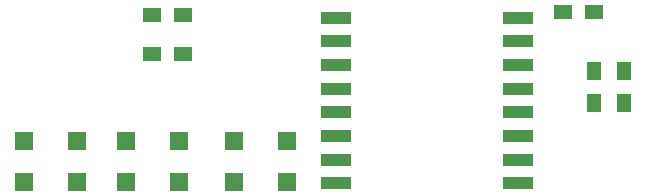
<source format=gtp>
G04 #@! TF.GenerationSoftware,KiCad,Pcbnew,5.0.0-rc2-dev-unknown-r12647-81843c37*
G04 #@! TF.CreationDate,2018-05-28T15:16:23-04:00*
G04 #@! TF.ProjectId,Peapod PCB,506561706F64205043422E6B69636164,rev?*
G04 #@! TF.SameCoordinates,Original*
G04 #@! TF.FileFunction,Paste,Top*
G04 #@! TF.FilePolarity,Positive*
%FSLAX46Y46*%
G04 Gerber Fmt 4.6, Leading zero omitted, Abs format (unit mm)*
G04 Created by KiCad (PCBNEW 5.0.0-rc2-dev-unknown-r12647-81843c37) date Mon May 28 15:16:23 2018*
%MOMM*%
%LPD*%
G01*
G04 APERTURE LIST*
%ADD10R,2.500000X1.100000*%
%ADD11R,1.500000X1.500000*%
%ADD12R,1.500000X1.300000*%
%ADD13R,1.300000X1.500000*%
G04 APERTURE END LIST*
D10*
X184212000Y-35052000D03*
X184212000Y-37052000D03*
X184212000Y-39052000D03*
X184212000Y-41052000D03*
X184212000Y-43052000D03*
X184212000Y-45052000D03*
X184212000Y-47052000D03*
X184212000Y-49052000D03*
X199612000Y-49052000D03*
X199612000Y-47052000D03*
X199612000Y-45052000D03*
X199612000Y-43052000D03*
X199612000Y-41052000D03*
X199612000Y-39052000D03*
X199612000Y-37052000D03*
X199612000Y-35052000D03*
D11*
X170881000Y-48994000D03*
X166431000Y-48994000D03*
X170881000Y-45494000D03*
X166431000Y-45494000D03*
X162245000Y-48994000D03*
X157795000Y-48994000D03*
X162245000Y-45494000D03*
X157795000Y-45494000D03*
X180025000Y-48994000D03*
X175575000Y-48994000D03*
X180025000Y-45494000D03*
X175575000Y-45494000D03*
D12*
X171276000Y-38100000D03*
X168576000Y-38100000D03*
X171276000Y-34798000D03*
X168576000Y-34798000D03*
D13*
X205994000Y-39544000D03*
X205994000Y-42244000D03*
D12*
X203374000Y-34544000D03*
X206074000Y-34544000D03*
D13*
X208534000Y-42244000D03*
X208534000Y-39544000D03*
M02*

</source>
